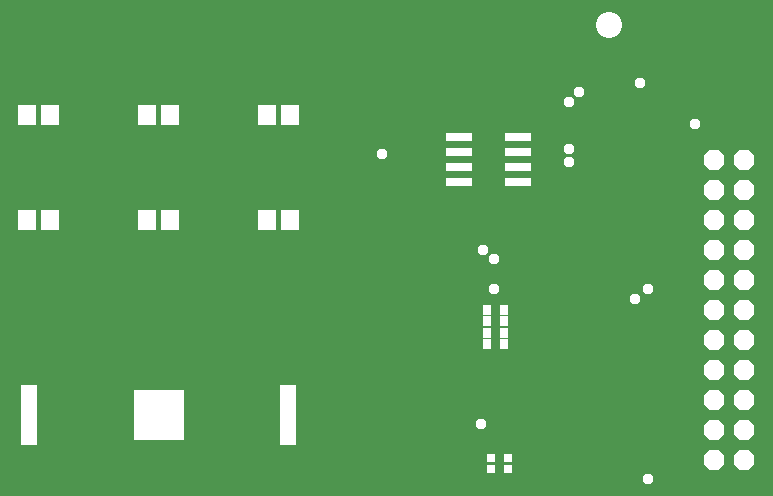
<source format=gbr>
G04 EAGLE Gerber RS-274X export*
G75*
%MOMM*%
%FSLAX34Y34*%
%LPD*%
%INSoldermask Top*%
%IPNEG*%
%AMOC8*
5,1,8,0,0,1.08239X$1,22.5*%
G01*
%ADD10C,2.203200*%
%ADD11P,1.869504X8X112.500000*%
%ADD12P,1.869504X8X292.500000*%
%ADD13R,1.503200X1.703200*%
%ADD14R,0.803200X0.753200*%
%ADD15R,0.803200X0.923200*%
%ADD16R,1.473200X5.203200*%
%ADD17R,4.203200X4.203200*%
%ADD18R,2.184400X0.762000*%
%ADD19C,0.959600*%


D10*
X558800Y457200D03*
D11*
X647700Y342900D03*
X647700Y165100D03*
X647700Y139700D03*
X647700Y114300D03*
D12*
X673100Y292100D03*
X673100Y266700D03*
X673100Y241300D03*
X673100Y215900D03*
X673100Y190500D03*
X673100Y165100D03*
X673100Y139700D03*
X673100Y342900D03*
X673100Y114300D03*
D11*
X647700Y88900D03*
D12*
X673100Y88900D03*
D11*
X647700Y317500D03*
D12*
X673100Y317500D03*
D11*
X647700Y292100D03*
X647700Y266700D03*
X647700Y241300D03*
X647700Y215900D03*
X647700Y190500D03*
D13*
X269900Y381000D03*
X288900Y381000D03*
X168300Y381000D03*
X187300Y381000D03*
X66700Y381000D03*
X85700Y381000D03*
X269900Y292100D03*
X288900Y292100D03*
X168300Y292100D03*
X187300Y292100D03*
X66700Y292100D03*
X85700Y292100D03*
D14*
X459600Y81200D03*
X459600Y90700D03*
X473600Y90700D03*
X473600Y81200D03*
D15*
X469900Y215900D03*
X469900Y206200D03*
X469900Y196500D03*
X469900Y186800D03*
X455900Y215900D03*
X455900Y206200D03*
X455900Y196500D03*
X455900Y186800D03*
D16*
X67800Y127000D03*
X287800Y127000D03*
D17*
X177800Y127000D03*
D18*
X432562Y361950D03*
X432562Y349250D03*
X432562Y336550D03*
X432562Y323850D03*
X481838Y323850D03*
X481838Y336550D03*
X481838Y349250D03*
X481838Y361950D03*
D19*
X631825Y373063D03*
X592138Y73025D03*
X585788Y407988D03*
X450850Y119063D03*
X366713Y347663D03*
X525463Y352425D03*
X525463Y392113D03*
X525463Y341313D03*
X533400Y400050D03*
X581025Y225425D03*
X461963Y258763D03*
X452438Y266700D03*
X461963Y233363D03*
X592138Y233363D03*
M02*

</source>
